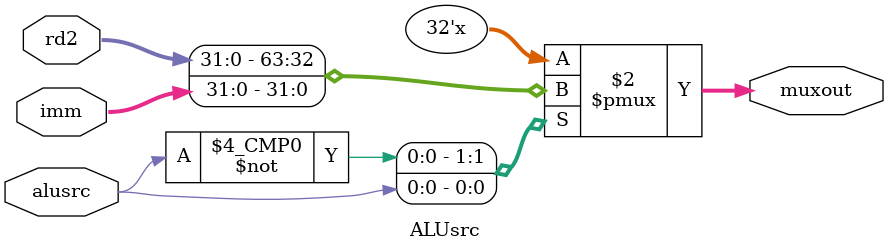
<source format=v>
module ALUsrc(imm, rd2, muxout, alusrc);

input [31:0] imm;
input [31:0] rd2;
input alusrc;

output reg [31:0] muxout;
always @(*) begin
case(alusrc)

    1'b0: muxout = rd2;
    1'b1: muxout = imm;
    default: muxout = 32'b0;
endcase
end
endmodule
</source>
